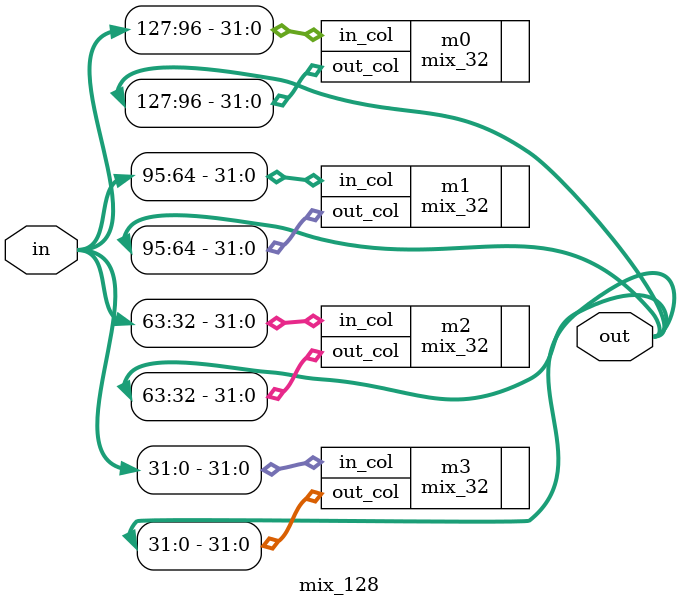
<source format=v>
module mix_128 (
  input [127:0] in,
  output [127:0] out
);

mix_32 m0(.in_col(in[127:96]), .out_col(out[127:96]));
mix_32 m1(.in_col(in[95:64]), .out_col(out[95:64]));
mix_32 m2(.in_col(in[63:32]), .out_col(out[63:32]));
mix_32 m3(.in_col(in[31:0]), .out_col(out[31:0]));


endmodule
</source>
